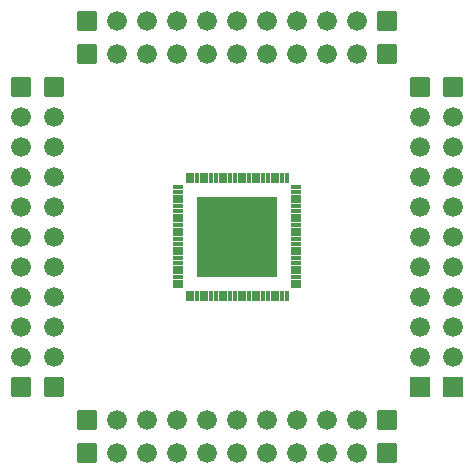
<source format=gts>
G04 Layer: TopSolderMaskLayer*
G04 EasyEDA v6.5.23, 2023-09-13 20:10:37*
G04 8cb85547c76b4b6bafe6db91d84ccfe4,770f52a9c06342aeb7d9f723a0e8078a,10*
G04 Gerber Generator version 0.2*
G04 Scale: 100 percent, Rotated: No, Reflected: No *
G04 Dimensions in millimeters *
G04 leading zeros omitted , absolute positions ,4 integer and 5 decimal *
%FSLAX45Y45*%
%MOMM*%

%AMMACRO1*1,1,$1,$2,$3*1,1,$1,$4,$5*1,1,$1,0-$2,0-$3*1,1,$1,0-$4,0-$5*20,1,$1,$2,$3,$4,$5,0*20,1,$1,$4,$5,0-$2,0-$3,0*20,1,$1,0-$2,0-$3,0-$4,0-$5,0*20,1,$1,0-$4,0-$5,$2,$3,0*4,1,4,$2,$3,$4,$5,0-$2,0-$3,0-$4,0-$5,$2,$3,0*%
%ADD10C,1.6764*%
%ADD11MACRO1,0.1016X0.7874X0.7874X0.7874X-0.7874*%
%ADD12MACRO1,0.1016X0.4X0.1X0.4X-0.1*%
%ADD13MACRO1,0.1016X0.1X0.4X0.1X-0.4*%
%ADD14MACRO1,0.1016X3.375X3.375X3.375X-3.375*%
%ADD15MACRO1,0.1016X-0.7874X0.7874X0.7874X0.7874*%
%ADD16R,1.6764X1.6764*%
%ADD17MACRO1,0.1016X0.7874X-0.7874X-0.7874X-0.7874*%

%LPD*%
D10*
G01*
X139700Y-2984500D03*
G01*
X139700Y-2730500D03*
G01*
X139700Y-2476500D03*
G01*
X139700Y-2222500D03*
G01*
X139700Y-1968500D03*
G01*
X139700Y-1714500D03*
G01*
X139700Y-1460500D03*
G01*
X139700Y-1206500D03*
G01*
X139700Y-952500D03*
D11*
G01*
X139700Y-698500D03*
D10*
G01*
X419100Y-2984500D03*
G01*
X419100Y-2730500D03*
G01*
X419100Y-2476500D03*
G01*
X419100Y-2222500D03*
G01*
X419100Y-1968500D03*
G01*
X419100Y-1714500D03*
G01*
X419100Y-1460500D03*
G01*
X419100Y-1206500D03*
G01*
X419100Y-952500D03*
D11*
G01*
X419100Y-698500D03*
G01*
X698500Y-139700D03*
G01*
X698500Y-419100D03*
D12*
G01*
X1468501Y-1548511D03*
G01*
X1468501Y-1588490D03*
G01*
X1468501Y-1628495D03*
G01*
X1468501Y-1668500D03*
G01*
X1468501Y-1708505D03*
G01*
X1468501Y-1748510D03*
G01*
X1468501Y-1788490D03*
G01*
X1468501Y-1828495D03*
G01*
X1468501Y-1868500D03*
G01*
X1468501Y-1908505D03*
G01*
X1468501Y-1948510D03*
G01*
X1468501Y-1988489D03*
G01*
X1468501Y-2028494D03*
G01*
X1468501Y-2068499D03*
G01*
X1468501Y-2108504D03*
G01*
X1468501Y-2148509D03*
G01*
X1468501Y-2188489D03*
G01*
X1468501Y-2228494D03*
G01*
X1468501Y-2268499D03*
G01*
X1468501Y-2308504D03*
G01*
X1468501Y-2348509D03*
G01*
X1468501Y-2388488D03*
D13*
G01*
X1548511Y-2468498D03*
G01*
X1588490Y-2468498D03*
G01*
X1628495Y-2468498D03*
G01*
X1668500Y-2468498D03*
G01*
X1708505Y-2468498D03*
G01*
X1748510Y-2468498D03*
G01*
X1788490Y-2468498D03*
G01*
X1828495Y-2468498D03*
G01*
X1868500Y-2468498D03*
G01*
X1908505Y-2468498D03*
G01*
X1948510Y-2468498D03*
G01*
X1988489Y-2468498D03*
G01*
X2028494Y-2468498D03*
G01*
X2068499Y-2468498D03*
G01*
X2108504Y-2468498D03*
G01*
X2148509Y-2468498D03*
G01*
X2188489Y-2468498D03*
G01*
X2228494Y-2468498D03*
G01*
X2268499Y-2468498D03*
G01*
X2308504Y-2468498D03*
G01*
X2348509Y-2468498D03*
G01*
X2388489Y-2468498D03*
D12*
G01*
X2468498Y-2388488D03*
G01*
X2468498Y-2348509D03*
G01*
X2468498Y-2308504D03*
G01*
X2468498Y-2268499D03*
G01*
X2468498Y-2228494D03*
G01*
X2468498Y-2188489D03*
G01*
X2468498Y-2148509D03*
G01*
X2468498Y-2108504D03*
G01*
X2468498Y-2068499D03*
G01*
X2468498Y-2028494D03*
G01*
X2468498Y-1988489D03*
G01*
X2468498Y-1948510D03*
G01*
X2468498Y-1908505D03*
G01*
X2468498Y-1868500D03*
G01*
X2468498Y-1828495D03*
G01*
X2468498Y-1788490D03*
G01*
X2468498Y-1748510D03*
G01*
X2468498Y-1708505D03*
G01*
X2468498Y-1668500D03*
G01*
X2468498Y-1628495D03*
G01*
X2468498Y-1588490D03*
G01*
X2468498Y-1548511D03*
D13*
G01*
X2388489Y-1468501D03*
G01*
X2348509Y-1468501D03*
G01*
X2308504Y-1468501D03*
G01*
X2268499Y-1468501D03*
G01*
X2228494Y-1468501D03*
G01*
X2188489Y-1468501D03*
G01*
X2148509Y-1468501D03*
G01*
X2108504Y-1468501D03*
G01*
X2068499Y-1468501D03*
G01*
X2028494Y-1468501D03*
G01*
X1988489Y-1468501D03*
G01*
X1948510Y-1468501D03*
G01*
X1908505Y-1468501D03*
G01*
X1868500Y-1468501D03*
G01*
X1828495Y-1468501D03*
G01*
X1788490Y-1468501D03*
G01*
X1748510Y-1468501D03*
G01*
X1708505Y-1468501D03*
G01*
X1668500Y-1468501D03*
G01*
X1628495Y-1468501D03*
G01*
X1588490Y-1468501D03*
G01*
X1548511Y-1468501D03*
D14*
G01*
X1968500Y-1968500D03*
D11*
G01*
X139700Y-3238500D03*
G01*
X419100Y-3238500D03*
D10*
G01*
X2984500Y-3797300D03*
G01*
X2730500Y-3797300D03*
G01*
X2476500Y-3797300D03*
G01*
X2222500Y-3797300D03*
G01*
X1968500Y-3797300D03*
G01*
X1714500Y-3797300D03*
G01*
X1460500Y-3797300D03*
G01*
X1206500Y-3797300D03*
G01*
X952500Y-3797300D03*
D15*
G01*
X698500Y-3797300D03*
D10*
G01*
X2984500Y-3517900D03*
G01*
X2730500Y-3517900D03*
G01*
X2476500Y-3517900D03*
G01*
X2222500Y-3517900D03*
G01*
X1968500Y-3517900D03*
G01*
X1714500Y-3517900D03*
G01*
X1460500Y-3517900D03*
G01*
X1206500Y-3517900D03*
G01*
X952500Y-3517900D03*
D15*
G01*
X698500Y-3517900D03*
D11*
G01*
X3238500Y-3797300D03*
G01*
X3238500Y-3517900D03*
D10*
G01*
X3797300Y-952500D03*
G01*
X3797300Y-1206500D03*
G01*
X3797300Y-1460500D03*
G01*
X3797300Y-1714500D03*
G01*
X3797300Y-1968500D03*
G01*
X3797300Y-2222500D03*
G01*
X3797300Y-2476500D03*
G01*
X3797300Y-2730500D03*
G01*
X3797300Y-2984500D03*
D16*
G01*
X3797300Y-3238500D03*
D10*
G01*
X3517900Y-952500D03*
G01*
X3517900Y-1206500D03*
G01*
X3517900Y-1460500D03*
G01*
X3517900Y-1714500D03*
G01*
X3517900Y-1968500D03*
G01*
X3517900Y-2222500D03*
G01*
X3517900Y-2476500D03*
G01*
X3517900Y-2730500D03*
G01*
X3517900Y-2984500D03*
D16*
G01*
X3517900Y-3238500D03*
D11*
G01*
X3797300Y-698500D03*
G01*
X3517900Y-698500D03*
D10*
G01*
X952500Y-139700D03*
G01*
X1206500Y-139700D03*
G01*
X1460500Y-139700D03*
G01*
X1714500Y-139700D03*
G01*
X1968500Y-139700D03*
G01*
X2222500Y-139700D03*
G01*
X2476500Y-139700D03*
G01*
X2730500Y-139700D03*
G01*
X2984500Y-139700D03*
D17*
G01*
X3238500Y-139700D03*
D10*
G01*
X952500Y-419100D03*
G01*
X1206500Y-419100D03*
G01*
X1460500Y-419100D03*
G01*
X1714500Y-419100D03*
G01*
X1968500Y-419100D03*
G01*
X2222500Y-419100D03*
G01*
X2476500Y-419100D03*
G01*
X2730500Y-419100D03*
G01*
X2984500Y-419100D03*
D17*
G01*
X3238500Y-419100D03*
M02*

</source>
